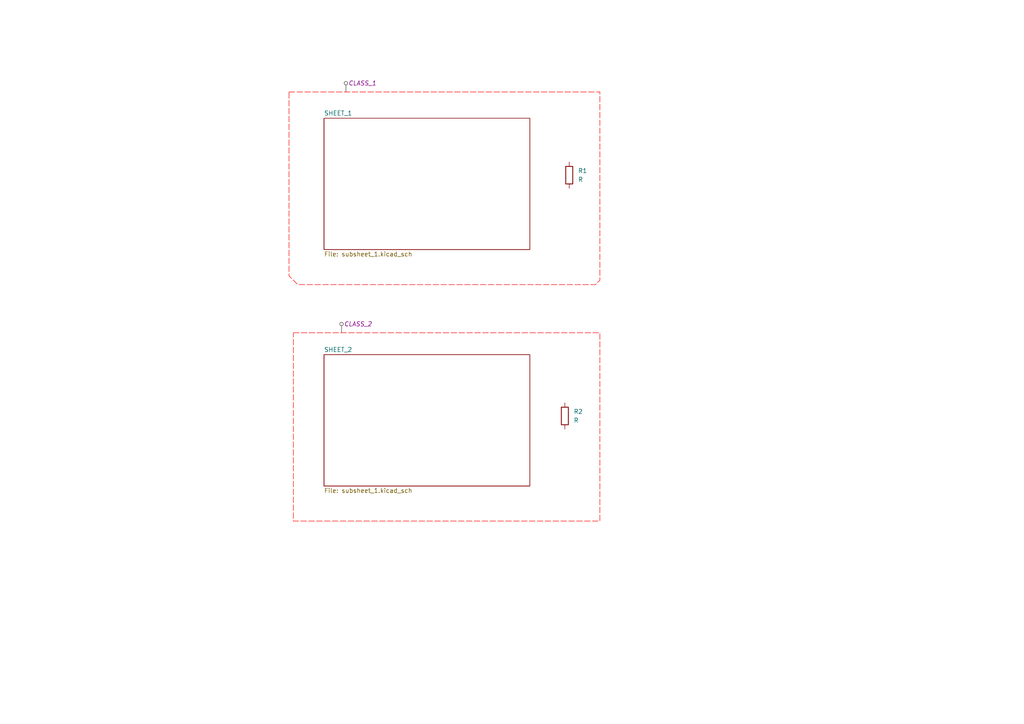
<source format=kicad_sch>
(kicad_sch (version 20250114) (generator "eeschema") (generator_version "9.0")
  (paper "A4")
  (lib_symbols
    (symbol "Device:R" (pin_numbers (hide yes)) (pin_names (offset 0))
      (property "Reference" "R" (at 2.032 0 90))
      (property "Value" "R" (at 0 0 90))
      (symbol "R_0_1"
        (rectangle (start -1.016 -2.54) (end 1.016 2.54) (stroke (width 0.254)))
      )
      (symbol "R_1_1"
        (pin passive line (at 0 3.81 270) (length 1.27) (name "~") (number "1"))
        (pin passive line (at 0 -3.81 90) (length 1.27) (name "~") (number "2"))
      )
    )
  )
  (rule_area (polyline (pts (xy 85.09 96.52) (xy 173.99 96.52) (xy 173.99 151.13) (xy 85.09 151.13)) (stroke (width 0) (type dash))))
  (rule_area (polyline (pts (xy 83.82 26.67) (xy 173.99 26.67) (xy 173.99 81.28) (xy 172.72 82.55) (xy 86.36 82.55) (xy 83.82 80.01)) (stroke (width 0) (type dash))))
  (netclass_flag "" (length 2.54) (shape round) (at 100.33 26.67 0) (property "Component Class" "CLASS_1" (at 101.0285 24.13 0) (effects (font (italic yes)) (justify left))))
  (netclass_flag "" (length 2.54) (shape round) (at 99.06 96.52 0) (property "Component Class" "CLASS_2" (at 99.7585 93.98 0) (effects (font (italic yes)) (justify left))))
  (symbol (lib_id "Device:R") (at 163.83 120.65 0) (unit 1)
    (property "Reference" "R2" (at 166.37 119.3799 0) (effects (justify left)))
    (property "Value" "R" (at 166.37 121.9199 0) (effects (justify left)))
    (property "Footprint" "Resistor_SMD:R_0603_1608Metric" (effects (hide yes)))
    (property "Description" "Resistor" (effects (hide yes)))
  )
  (symbol (lib_id "Device:R") (at 165.1 50.8 0) (unit 1)
    (property "Reference" "R1" (at 167.64 49.5299 0) (effects (justify left)))
    (property "Value" "R" (at 167.64 52.0699 0) (effects (justify left)))
    (property "Footprint" "Resistor_SMD:R_0603_1608Metric" (effects (hide yes)))
    (property "Description" "Resistor" (effects (hide yes)))
  )
  (sheet (at 93.98 34.29) (size 59.69 38.1) (stroke (width 0.1524))
    (property "Sheetname" "SHEET_1" (at 93.98 33.5784 0) (effects (justify left bottom)))
    (property "Sheetfile" "subsheet_1.kicad_sch" (at 93.98 72.9746 0) (effects (justify left top)))
  )
  (sheet (at 93.98 102.87) (size 59.69 38.1) (stroke (width 0.1524))
    (property "Sheetname" "SHEET_2" (at 93.98 102.1584 0) (effects (justify left bottom)))
    (property "Sheetfile" "subsheet_1.kicad_sch" (at 93.98 141.5546 0) (effects (justify left top)))
  )
)
</source>
